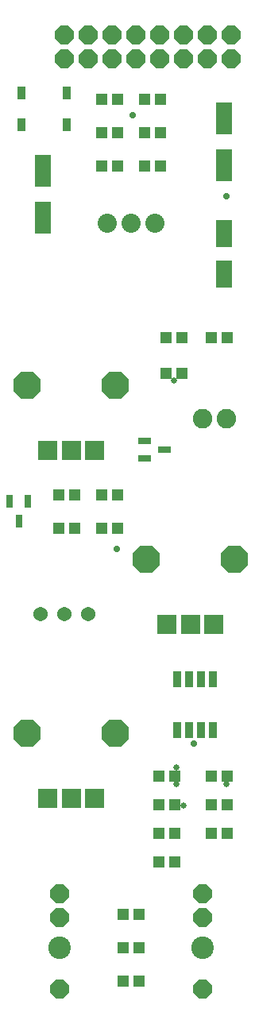
<source format=gbr>
G04 EAGLE Gerber RS-274X export*
G75*
%MOMM*%
%FSLAX34Y34*%
%LPD*%
%INSoldermask Bottom*%
%IPPOS*%
%AMOC8*
5,1,8,0,0,1.08239X$1,22.5*%
G01*
%ADD10P,2.199416X8X202.500000*%
%ADD11C,2.403200*%
%ADD12C,1.535200*%
%ADD13R,0.803200X1.453200*%
%ADD14C,2.032000*%
%ADD15R,0.853200X1.731200*%
%ADD16R,1.803200X3.003200*%
%ADD17R,1.803200X3.403200*%
%ADD18R,2.082800X2.082800*%
%ADD19P,3.142395X8X112.500000*%
%ADD20R,1.303200X1.203200*%
%ADD21R,0.953200X1.403200*%
%ADD22C,2.082800*%
%ADD23R,1.453200X0.803200*%
%ADD24C,0.705600*%
%ADD25C,0.655600*%


D10*
X73660Y133350D03*
X73660Y107950D03*
X73660Y31750D03*
D11*
X73660Y76200D03*
D10*
X226060Y133350D03*
X226060Y107950D03*
X226060Y31750D03*
D11*
X226060Y76200D03*
D12*
X53340Y431800D03*
X78740Y431800D03*
X104140Y431800D03*
D10*
X256540Y1023620D03*
X256540Y1049020D03*
X231140Y1023620D03*
X231140Y1049020D03*
X205740Y1023620D03*
X205740Y1049020D03*
X180340Y1023620D03*
X180340Y1049020D03*
X154940Y1023620D03*
X154940Y1049020D03*
X129540Y1023620D03*
X129540Y1049020D03*
X104140Y1023620D03*
X104140Y1049020D03*
X78740Y1023620D03*
X78740Y1049020D03*
D13*
X20930Y551520D03*
X40030Y551520D03*
X30480Y530520D03*
D14*
X124460Y848360D03*
X149860Y848360D03*
X175260Y848360D03*
D15*
X237490Y308170D03*
X224790Y308170D03*
X212090Y308170D03*
X199390Y308170D03*
X199390Y362390D03*
X212090Y362390D03*
X224790Y362390D03*
X237490Y362390D03*
D16*
X248920Y836840D03*
X248920Y793840D03*
D17*
X248920Y959720D03*
X248920Y909720D03*
X55880Y853840D03*
X55880Y903840D03*
D18*
X111360Y605640D03*
X86360Y605640D03*
X61360Y605640D03*
D19*
X133360Y675640D03*
X39360Y675640D03*
D20*
X204080Y726440D03*
X187080Y726440D03*
D21*
X81280Y953280D03*
X81280Y987280D03*
X33020Y987280D03*
X33020Y953280D03*
D20*
X181220Y980440D03*
X164220Y980440D03*
X135500Y980440D03*
X118500Y980440D03*
X181220Y944880D03*
X164220Y944880D03*
X135500Y944880D03*
X118500Y944880D03*
X181220Y909320D03*
X164220Y909320D03*
X135500Y909320D03*
X118500Y909320D03*
D18*
X238360Y420220D03*
X213360Y420220D03*
X188360Y420220D03*
D19*
X260360Y490220D03*
X166360Y490220D03*
D18*
X111360Y234800D03*
X86360Y234800D03*
X61360Y234800D03*
D19*
X133360Y304800D03*
X39360Y304800D03*
D22*
X226060Y640080D03*
X251460Y640080D03*
D20*
X252340Y726440D03*
X235340Y726440D03*
D23*
X164760Y597510D03*
X164760Y616610D03*
X185760Y607060D03*
D20*
X204080Y688340D03*
X187080Y688340D03*
X89780Y558800D03*
X72780Y558800D03*
X72780Y523240D03*
X89780Y523240D03*
X252340Y228600D03*
X235340Y228600D03*
X252340Y259080D03*
X235340Y259080D03*
X252340Y198120D03*
X235340Y198120D03*
X135500Y558800D03*
X118500Y558800D03*
X135500Y523240D03*
X118500Y523240D03*
X196460Y259080D03*
X179460Y259080D03*
X196460Y228600D03*
X179460Y228600D03*
X196460Y198120D03*
X179460Y198120D03*
X196460Y167640D03*
X179460Y167640D03*
X158360Y111760D03*
X141360Y111760D03*
X158360Y76200D03*
X141360Y76200D03*
X158360Y40640D03*
X141360Y40640D03*
D24*
X217000Y294000D03*
X135000Y501000D03*
X252000Y877000D03*
X152000Y963000D03*
D25*
X198120Y250190D03*
X251460Y250190D03*
X195580Y680720D03*
X198120Y267970D03*
X205740Y227330D03*
M02*

</source>
